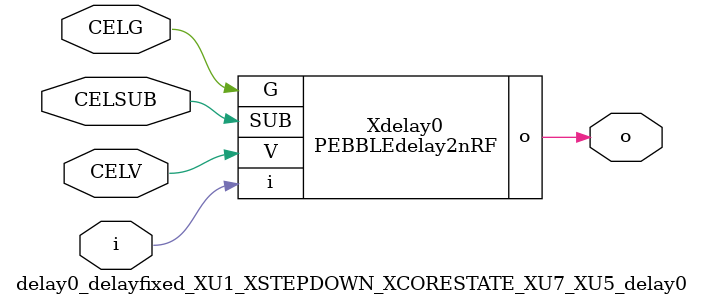
<source format=v>



module PEBBLEdelay2nRF ( o, V, G, i, SUB );

  input V;
  input i;
  input G;
  output o;
  input SUB;
endmodule

//Celera Confidential Do Not Copy delay0_delayfixed_XU1_XSTEPDOWN_XCORESTATE_XU7_XU5_delay0
//TYPE: fixed 2ns
module delay0_delayfixed_XU1_XSTEPDOWN_XCORESTATE_XU7_XU5_delay0 (i, CELV, o,
CELG,CELSUB);
input CELV;
input i;
output o;
input CELSUB;
input CELG;

//Celera Confidential Do Not Copy delayfast0
PEBBLEdelay2nRF Xdelay0(
.V (CELV),
.i (i),
.o (o),
.G (CELG),
.SUB (CELSUB)
);
//,diesize,PEBBLEdelay2nRF

//Celera Confidential Do Not Copy Module End
//Celera Schematic Generator
endmodule

</source>
